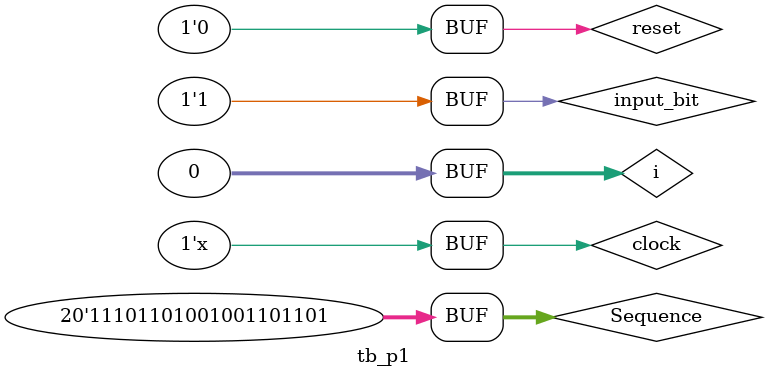
<source format=v>

module p1(Y,present,clock,reset,input_bit);
//Conventionally output is declared first, then input.
	output Y;
	input clock, reset,input_bit;
	output [2:0] present;
	reg [2:0] next;
	reg[2:0] present;

	parameter [2:0] S0=3'b000;
	parameter [2:0] S1=3'b001;
	parameter [2:0] S2=3'b010;
	parameter [2:0] S3=3'b011;
	parameter [2:0] S4=3'b100;

	initial
	begin
		present = 3'b000;
		next = 3'b000;
	end

	always @(posedge clock) 
  // sequential logic
	begin
		if (reset) present <= S0;
		else present <= next;
		end
    // combinational logic
		always @(present or input_bit) // combinational logic
		begin
			case(present)
				S0: if (reset) next = S0;
						else if(input_bit) next = S1;
						else next = S0;
				S1: if (reset) next = S0;
						else if(input_bit) next = S2;
						else next = S0;
				S2: if (reset) next = S0;
						else if(input_bit) next = S2;
						else next = S3;
				S3: if (reset) next = S0;
						else if(input_bit) next = S4;
						else next = S0;
				S4: if (reset) next = S0;
						else if(input_bit) next = S2;
						else next = S0;
		endcase

	end
	// output logic described using continuous assignment
	assign Y = (present == S4);
endmodule

// Test bench for p1.v
module tb_p1();
	reg clock, reset,input_bit;
	wire Y;
	wire[2:0] present;
	integer i;
	p1 UUT(Y,present,clock,reset,input_bit);
	reg[20:1] Sequence = 20'b11101101001001101101;
	initial reset = 1'b1;
	always #10 clock = ~clock;
	initial
		begin
		clock = 1'b1;
		reset = 1'b0;
		for (i=20;i>0;i=i-1)
		begin
			input_bit = Sequence[i]; #20
			$monitor("Sequence Bit = %b  |  Output = %b  |  reset = %b\n    time=", input_bit, Y, reset, $time);
		end
	end
endmodule

</source>
